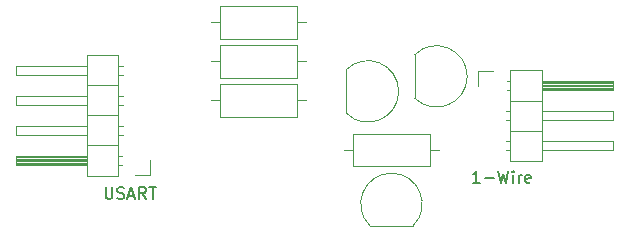
<source format=gbr>
G04 #@! TF.GenerationSoftware,KiCad,Pcbnew,(5.1.4)-1*
G04 #@! TF.CreationDate,2020-01-30T07:32:54+01:00*
G04 #@! TF.ProjectId,OneWire_Adapter,4f6e6557-6972-4655-9f41-646170746572,1.0*
G04 #@! TF.SameCoordinates,Original*
G04 #@! TF.FileFunction,Legend,Top*
G04 #@! TF.FilePolarity,Positive*
%FSLAX46Y46*%
G04 Gerber Fmt 4.6, Leading zero omitted, Abs format (unit mm)*
G04 Created by KiCad (PCBNEW (5.1.4)-1) date 2020-01-30 07:32:54*
%MOMM*%
%LPD*%
G04 APERTURE LIST*
%ADD10C,0.120000*%
%ADD11C,0.150000*%
G04 APERTURE END LIST*
D10*
X149879478Y-109171478D02*
G75*
G03X148041000Y-104733000I-1838478J1838478D01*
G01*
X146202522Y-109171478D02*
G75*
G02X148041000Y-104733000I1838478J1838478D01*
G01*
X146241000Y-109183000D02*
X149841000Y-109183000D01*
X152081000Y-102761000D02*
X151311000Y-102761000D01*
X144001000Y-102761000D02*
X144771000Y-102761000D01*
X151311000Y-101391000D02*
X144771000Y-101391000D01*
X151311000Y-104131000D02*
X151311000Y-101391000D01*
X144771000Y-104131000D02*
X151311000Y-104131000D01*
X144771000Y-101391000D02*
X144771000Y-104131000D01*
X155407000Y-96056000D02*
X156677000Y-96056000D01*
X155407000Y-97326000D02*
X155407000Y-96056000D01*
X157719929Y-102786000D02*
X158117000Y-102786000D01*
X157719929Y-102026000D02*
X158117000Y-102026000D01*
X166777000Y-102786000D02*
X160777000Y-102786000D01*
X166777000Y-102026000D02*
X166777000Y-102786000D01*
X160777000Y-102026000D02*
X166777000Y-102026000D01*
X158117000Y-101136000D02*
X160777000Y-101136000D01*
X157719929Y-100246000D02*
X158117000Y-100246000D01*
X157719929Y-99486000D02*
X158117000Y-99486000D01*
X166777000Y-100246000D02*
X160777000Y-100246000D01*
X166777000Y-99486000D02*
X166777000Y-100246000D01*
X160777000Y-99486000D02*
X166777000Y-99486000D01*
X158117000Y-98596000D02*
X160777000Y-98596000D01*
X157787000Y-97706000D02*
X158117000Y-97706000D01*
X157787000Y-96946000D02*
X158117000Y-96946000D01*
X160777000Y-97606000D02*
X166777000Y-97606000D01*
X160777000Y-97486000D02*
X166777000Y-97486000D01*
X160777000Y-97366000D02*
X166777000Y-97366000D01*
X160777000Y-97246000D02*
X166777000Y-97246000D01*
X160777000Y-97126000D02*
X166777000Y-97126000D01*
X160777000Y-97006000D02*
X166777000Y-97006000D01*
X166777000Y-97706000D02*
X160777000Y-97706000D01*
X166777000Y-96946000D02*
X166777000Y-97706000D01*
X160777000Y-96946000D02*
X166777000Y-96946000D01*
X160777000Y-95996000D02*
X158117000Y-95996000D01*
X160777000Y-103736000D02*
X160777000Y-95996000D01*
X158117000Y-103736000D02*
X160777000Y-103736000D01*
X158117000Y-95996000D02*
X158117000Y-103736000D01*
X127594000Y-104920000D02*
X126324000Y-104920000D01*
X127594000Y-103650000D02*
X127594000Y-104920000D01*
X125281071Y-95650000D02*
X124884000Y-95650000D01*
X125281071Y-96410000D02*
X124884000Y-96410000D01*
X116224000Y-95650000D02*
X122224000Y-95650000D01*
X116224000Y-96410000D02*
X116224000Y-95650000D01*
X122224000Y-96410000D02*
X116224000Y-96410000D01*
X124884000Y-97300000D02*
X122224000Y-97300000D01*
X125281071Y-98190000D02*
X124884000Y-98190000D01*
X125281071Y-98950000D02*
X124884000Y-98950000D01*
X116224000Y-98190000D02*
X122224000Y-98190000D01*
X116224000Y-98950000D02*
X116224000Y-98190000D01*
X122224000Y-98950000D02*
X116224000Y-98950000D01*
X124884000Y-99840000D02*
X122224000Y-99840000D01*
X125281071Y-100730000D02*
X124884000Y-100730000D01*
X125281071Y-101490000D02*
X124884000Y-101490000D01*
X116224000Y-100730000D02*
X122224000Y-100730000D01*
X116224000Y-101490000D02*
X116224000Y-100730000D01*
X122224000Y-101490000D02*
X116224000Y-101490000D01*
X124884000Y-102380000D02*
X122224000Y-102380000D01*
X125214000Y-103270000D02*
X124884000Y-103270000D01*
X125214000Y-104030000D02*
X124884000Y-104030000D01*
X122224000Y-103370000D02*
X116224000Y-103370000D01*
X122224000Y-103490000D02*
X116224000Y-103490000D01*
X122224000Y-103610000D02*
X116224000Y-103610000D01*
X122224000Y-103730000D02*
X116224000Y-103730000D01*
X122224000Y-103850000D02*
X116224000Y-103850000D01*
X122224000Y-103970000D02*
X116224000Y-103970000D01*
X116224000Y-103270000D02*
X122224000Y-103270000D01*
X116224000Y-104030000D02*
X116224000Y-103270000D01*
X122224000Y-104030000D02*
X116224000Y-104030000D01*
X122224000Y-104980000D02*
X124884000Y-104980000D01*
X122224000Y-94700000D02*
X122224000Y-104980000D01*
X124884000Y-94700000D02*
X122224000Y-94700000D01*
X124884000Y-104980000D02*
X124884000Y-94700000D01*
X150012522Y-98376478D02*
G75*
G03X154451000Y-96538000I1838478J1838478D01*
G01*
X150012522Y-94699522D02*
G75*
G02X154451000Y-96538000I1838478J-1838478D01*
G01*
X150001000Y-94738000D02*
X150001000Y-98338000D01*
X144211522Y-99646478D02*
G75*
G03X148650000Y-97808000I1838478J1838478D01*
G01*
X144211522Y-95969522D02*
G75*
G02X148650000Y-97808000I1838478J-1838478D01*
G01*
X144200000Y-96008000D02*
X144200000Y-99608000D01*
X140819000Y-91966000D02*
X140049000Y-91966000D01*
X132739000Y-91966000D02*
X133509000Y-91966000D01*
X140049000Y-90596000D02*
X133509000Y-90596000D01*
X140049000Y-93336000D02*
X140049000Y-90596000D01*
X133509000Y-93336000D02*
X140049000Y-93336000D01*
X133509000Y-90596000D02*
X133509000Y-93336000D01*
X140819000Y-95268000D02*
X140049000Y-95268000D01*
X132739000Y-95268000D02*
X133509000Y-95268000D01*
X140049000Y-93898000D02*
X133509000Y-93898000D01*
X140049000Y-96638000D02*
X140049000Y-93898000D01*
X133509000Y-96638000D02*
X140049000Y-96638000D01*
X133509000Y-93898000D02*
X133509000Y-96638000D01*
X140819000Y-98570000D02*
X140049000Y-98570000D01*
X132739000Y-98570000D02*
X133509000Y-98570000D01*
X140049000Y-97200000D02*
X133509000Y-97200000D01*
X140049000Y-99940000D02*
X140049000Y-97200000D01*
X133509000Y-99940000D02*
X140049000Y-99940000D01*
X133509000Y-97200000D02*
X133509000Y-99940000D01*
D11*
X155517047Y-105543380D02*
X154945619Y-105543380D01*
X155231333Y-105543380D02*
X155231333Y-104543380D01*
X155136095Y-104686238D01*
X155040857Y-104781476D01*
X154945619Y-104829095D01*
X155945619Y-105162428D02*
X156707523Y-105162428D01*
X157088476Y-104543380D02*
X157326571Y-105543380D01*
X157517047Y-104829095D01*
X157707523Y-105543380D01*
X157945619Y-104543380D01*
X158326571Y-105543380D02*
X158326571Y-104876714D01*
X158326571Y-104543380D02*
X158278952Y-104591000D01*
X158326571Y-104638619D01*
X158374190Y-104591000D01*
X158326571Y-104543380D01*
X158326571Y-104638619D01*
X158802761Y-105543380D02*
X158802761Y-104876714D01*
X158802761Y-105067190D02*
X158850380Y-104971952D01*
X158898000Y-104924333D01*
X158993238Y-104876714D01*
X159088476Y-104876714D01*
X159802761Y-105495761D02*
X159707523Y-105543380D01*
X159517047Y-105543380D01*
X159421809Y-105495761D01*
X159374190Y-105400523D01*
X159374190Y-105019571D01*
X159421809Y-104924333D01*
X159517047Y-104876714D01*
X159707523Y-104876714D01*
X159802761Y-104924333D01*
X159850380Y-105019571D01*
X159850380Y-105114809D01*
X159374190Y-105210047D01*
X123830571Y-105914380D02*
X123830571Y-106723904D01*
X123878190Y-106819142D01*
X123925809Y-106866761D01*
X124021047Y-106914380D01*
X124211523Y-106914380D01*
X124306761Y-106866761D01*
X124354380Y-106819142D01*
X124402000Y-106723904D01*
X124402000Y-105914380D01*
X124830571Y-106866761D02*
X124973428Y-106914380D01*
X125211523Y-106914380D01*
X125306761Y-106866761D01*
X125354380Y-106819142D01*
X125402000Y-106723904D01*
X125402000Y-106628666D01*
X125354380Y-106533428D01*
X125306761Y-106485809D01*
X125211523Y-106438190D01*
X125021047Y-106390571D01*
X124925809Y-106342952D01*
X124878190Y-106295333D01*
X124830571Y-106200095D01*
X124830571Y-106104857D01*
X124878190Y-106009619D01*
X124925809Y-105962000D01*
X125021047Y-105914380D01*
X125259142Y-105914380D01*
X125402000Y-105962000D01*
X125782952Y-106628666D02*
X126259142Y-106628666D01*
X125687714Y-106914380D02*
X126021047Y-105914380D01*
X126354380Y-106914380D01*
X127259142Y-106914380D02*
X126925809Y-106438190D01*
X126687714Y-106914380D02*
X126687714Y-105914380D01*
X127068666Y-105914380D01*
X127163904Y-105962000D01*
X127211523Y-106009619D01*
X127259142Y-106104857D01*
X127259142Y-106247714D01*
X127211523Y-106342952D01*
X127163904Y-106390571D01*
X127068666Y-106438190D01*
X126687714Y-106438190D01*
X127544857Y-105914380D02*
X128116285Y-105914380D01*
X127830571Y-106914380D02*
X127830571Y-105914380D01*
M02*

</source>
